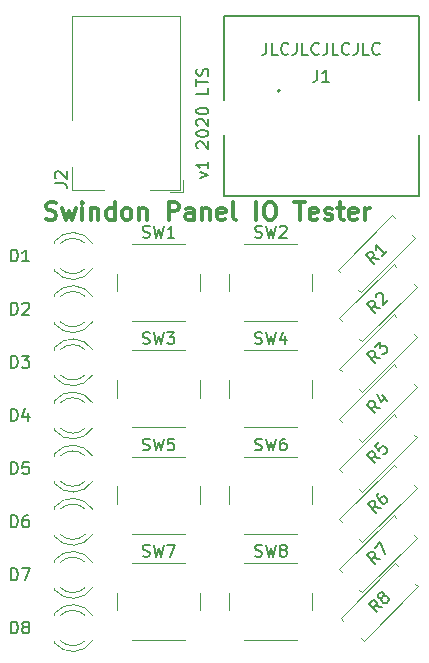
<source format=gbr>
G04 #@! TF.GenerationSoftware,KiCad,Pcbnew,(5.1.4)-1*
G04 #@! TF.CreationDate,2020-01-04T22:14:38+00:00*
G04 #@! TF.ProjectId,SPS-SN2-IOTester,5350532d-534e-4322-9d49-4f5465737465,1*
G04 #@! TF.SameCoordinates,Original*
G04 #@! TF.FileFunction,Legend,Top*
G04 #@! TF.FilePolarity,Positive*
%FSLAX46Y46*%
G04 Gerber Fmt 4.6, Leading zero omitted, Abs format (unit mm)*
G04 Created by KiCad (PCBNEW (5.1.4)-1) date 2020-01-04 22:14:38*
%MOMM*%
%LPD*%
G04 APERTURE LIST*
%ADD10C,0.200000*%
%ADD11C,0.150000*%
%ADD12C,0.300000*%
%ADD13C,0.120000*%
%ADD14C,0.127000*%
G04 APERTURE END LIST*
D10*
X98035714Y-47142857D02*
X98702380Y-46904761D01*
X98035714Y-46666666D01*
X98702380Y-45761904D02*
X98702380Y-46333333D01*
X98702380Y-46047619D02*
X97702380Y-46047619D01*
X97845238Y-46142857D01*
X97940476Y-46238095D01*
X97988095Y-46333333D01*
X97797619Y-44619047D02*
X97750000Y-44571428D01*
X97702380Y-44476190D01*
X97702380Y-44238095D01*
X97750000Y-44142857D01*
X97797619Y-44095238D01*
X97892857Y-44047619D01*
X97988095Y-44047619D01*
X98130952Y-44095238D01*
X98702380Y-44666666D01*
X98702380Y-44047619D01*
X97702380Y-43428571D02*
X97702380Y-43333333D01*
X97750000Y-43238095D01*
X97797619Y-43190476D01*
X97892857Y-43142857D01*
X98083333Y-43095238D01*
X98321428Y-43095238D01*
X98511904Y-43142857D01*
X98607142Y-43190476D01*
X98654761Y-43238095D01*
X98702380Y-43333333D01*
X98702380Y-43428571D01*
X98654761Y-43523809D01*
X98607142Y-43571428D01*
X98511904Y-43619047D01*
X98321428Y-43666666D01*
X98083333Y-43666666D01*
X97892857Y-43619047D01*
X97797619Y-43571428D01*
X97750000Y-43523809D01*
X97702380Y-43428571D01*
X97797619Y-42714285D02*
X97750000Y-42666666D01*
X97702380Y-42571428D01*
X97702380Y-42333333D01*
X97750000Y-42238095D01*
X97797619Y-42190476D01*
X97892857Y-42142857D01*
X97988095Y-42142857D01*
X98130952Y-42190476D01*
X98702380Y-42761904D01*
X98702380Y-42142857D01*
X97702380Y-41523809D02*
X97702380Y-41428571D01*
X97750000Y-41333333D01*
X97797619Y-41285714D01*
X97892857Y-41238095D01*
X98083333Y-41190476D01*
X98321428Y-41190476D01*
X98511904Y-41238095D01*
X98607142Y-41285714D01*
X98654761Y-41333333D01*
X98702380Y-41428571D01*
X98702380Y-41523809D01*
X98654761Y-41619047D01*
X98607142Y-41666666D01*
X98511904Y-41714285D01*
X98321428Y-41761904D01*
X98083333Y-41761904D01*
X97892857Y-41714285D01*
X97797619Y-41666666D01*
X97750000Y-41619047D01*
X97702380Y-41523809D01*
X98702380Y-39523809D02*
X98702380Y-40000000D01*
X97702380Y-40000000D01*
X97702380Y-39333333D02*
X97702380Y-38761904D01*
X98702380Y-39047619D02*
X97702380Y-39047619D01*
X98654761Y-38476190D02*
X98702380Y-38333333D01*
X98702380Y-38095238D01*
X98654761Y-38000000D01*
X98607142Y-37952380D01*
X98511904Y-37904761D01*
X98416666Y-37904761D01*
X98321428Y-37952380D01*
X98273809Y-38000000D01*
X98226190Y-38095238D01*
X98178571Y-38285714D01*
X98130952Y-38380952D01*
X98083333Y-38428571D01*
X97988095Y-38476190D01*
X97892857Y-38476190D01*
X97797619Y-38428571D01*
X97750000Y-38380952D01*
X97702380Y-38285714D01*
X97702380Y-38047619D01*
X97750000Y-37904761D01*
D11*
X103630952Y-35702380D02*
X103630952Y-36416666D01*
X103583333Y-36559523D01*
X103488095Y-36654761D01*
X103345238Y-36702380D01*
X103250000Y-36702380D01*
X104583333Y-36702380D02*
X104107142Y-36702380D01*
X104107142Y-35702380D01*
X105488095Y-36607142D02*
X105440476Y-36654761D01*
X105297619Y-36702380D01*
X105202380Y-36702380D01*
X105059523Y-36654761D01*
X104964285Y-36559523D01*
X104916666Y-36464285D01*
X104869047Y-36273809D01*
X104869047Y-36130952D01*
X104916666Y-35940476D01*
X104964285Y-35845238D01*
X105059523Y-35750000D01*
X105202380Y-35702380D01*
X105297619Y-35702380D01*
X105440476Y-35750000D01*
X105488095Y-35797619D01*
X106202380Y-35702380D02*
X106202380Y-36416666D01*
X106154761Y-36559523D01*
X106059523Y-36654761D01*
X105916666Y-36702380D01*
X105821428Y-36702380D01*
X107154761Y-36702380D02*
X106678571Y-36702380D01*
X106678571Y-35702380D01*
X108059523Y-36607142D02*
X108011904Y-36654761D01*
X107869047Y-36702380D01*
X107773809Y-36702380D01*
X107630952Y-36654761D01*
X107535714Y-36559523D01*
X107488095Y-36464285D01*
X107440476Y-36273809D01*
X107440476Y-36130952D01*
X107488095Y-35940476D01*
X107535714Y-35845238D01*
X107630952Y-35750000D01*
X107773809Y-35702380D01*
X107869047Y-35702380D01*
X108011904Y-35750000D01*
X108059523Y-35797619D01*
X108773809Y-35702380D02*
X108773809Y-36416666D01*
X108726190Y-36559523D01*
X108630952Y-36654761D01*
X108488095Y-36702380D01*
X108392857Y-36702380D01*
X109726190Y-36702380D02*
X109250000Y-36702380D01*
X109250000Y-35702380D01*
X110630952Y-36607142D02*
X110583333Y-36654761D01*
X110440476Y-36702380D01*
X110345238Y-36702380D01*
X110202380Y-36654761D01*
X110107142Y-36559523D01*
X110059523Y-36464285D01*
X110011904Y-36273809D01*
X110011904Y-36130952D01*
X110059523Y-35940476D01*
X110107142Y-35845238D01*
X110202380Y-35750000D01*
X110345238Y-35702380D01*
X110440476Y-35702380D01*
X110583333Y-35750000D01*
X110630952Y-35797619D01*
X111345238Y-35702380D02*
X111345238Y-36416666D01*
X111297619Y-36559523D01*
X111202380Y-36654761D01*
X111059523Y-36702380D01*
X110964285Y-36702380D01*
X112297619Y-36702380D02*
X111821428Y-36702380D01*
X111821428Y-35702380D01*
X113202380Y-36607142D02*
X113154761Y-36654761D01*
X113011904Y-36702380D01*
X112916666Y-36702380D01*
X112773809Y-36654761D01*
X112678571Y-36559523D01*
X112630952Y-36464285D01*
X112583333Y-36273809D01*
X112583333Y-36130952D01*
X112630952Y-35940476D01*
X112678571Y-35845238D01*
X112773809Y-35750000D01*
X112916666Y-35702380D01*
X113011904Y-35702380D01*
X113154761Y-35750000D01*
X113202380Y-35797619D01*
D12*
X102785714Y-50678571D02*
X102785714Y-49178571D01*
X103785714Y-49178571D02*
X104071428Y-49178571D01*
X104214285Y-49250000D01*
X104357142Y-49392857D01*
X104428571Y-49678571D01*
X104428571Y-50178571D01*
X104357142Y-50464285D01*
X104214285Y-50607142D01*
X104071428Y-50678571D01*
X103785714Y-50678571D01*
X103642857Y-50607142D01*
X103500000Y-50464285D01*
X103428571Y-50178571D01*
X103428571Y-49678571D01*
X103500000Y-49392857D01*
X103642857Y-49250000D01*
X103785714Y-49178571D01*
X106000000Y-49178571D02*
X106857142Y-49178571D01*
X106428571Y-50678571D02*
X106428571Y-49178571D01*
X107928571Y-50607142D02*
X107785714Y-50678571D01*
X107500000Y-50678571D01*
X107357142Y-50607142D01*
X107285714Y-50464285D01*
X107285714Y-49892857D01*
X107357142Y-49750000D01*
X107500000Y-49678571D01*
X107785714Y-49678571D01*
X107928571Y-49750000D01*
X108000000Y-49892857D01*
X108000000Y-50035714D01*
X107285714Y-50178571D01*
X108571428Y-50607142D02*
X108714285Y-50678571D01*
X109000000Y-50678571D01*
X109142857Y-50607142D01*
X109214285Y-50464285D01*
X109214285Y-50392857D01*
X109142857Y-50250000D01*
X109000000Y-50178571D01*
X108785714Y-50178571D01*
X108642857Y-50107142D01*
X108571428Y-49964285D01*
X108571428Y-49892857D01*
X108642857Y-49750000D01*
X108785714Y-49678571D01*
X109000000Y-49678571D01*
X109142857Y-49750000D01*
X109642857Y-49678571D02*
X110214285Y-49678571D01*
X109857142Y-49178571D02*
X109857142Y-50464285D01*
X109928571Y-50607142D01*
X110071428Y-50678571D01*
X110214285Y-50678571D01*
X111285714Y-50607142D02*
X111142857Y-50678571D01*
X110857142Y-50678571D01*
X110714285Y-50607142D01*
X110642857Y-50464285D01*
X110642857Y-49892857D01*
X110714285Y-49750000D01*
X110857142Y-49678571D01*
X111142857Y-49678571D01*
X111285714Y-49750000D01*
X111357142Y-49892857D01*
X111357142Y-50035714D01*
X110642857Y-50178571D01*
X112000000Y-50678571D02*
X112000000Y-49678571D01*
X112000000Y-49964285D02*
X112071428Y-49821428D01*
X112142857Y-49750000D01*
X112285714Y-49678571D01*
X112428571Y-49678571D01*
X84980714Y-50607142D02*
X85195000Y-50678571D01*
X85552142Y-50678571D01*
X85695000Y-50607142D01*
X85766428Y-50535714D01*
X85837857Y-50392857D01*
X85837857Y-50250000D01*
X85766428Y-50107142D01*
X85695000Y-50035714D01*
X85552142Y-49964285D01*
X85266428Y-49892857D01*
X85123571Y-49821428D01*
X85052142Y-49750000D01*
X84980714Y-49607142D01*
X84980714Y-49464285D01*
X85052142Y-49321428D01*
X85123571Y-49250000D01*
X85266428Y-49178571D01*
X85623571Y-49178571D01*
X85837857Y-49250000D01*
X86337857Y-49678571D02*
X86623571Y-50678571D01*
X86909285Y-49964285D01*
X87195000Y-50678571D01*
X87480714Y-49678571D01*
X88052142Y-50678571D02*
X88052142Y-49678571D01*
X88052142Y-49178571D02*
X87980714Y-49250000D01*
X88052142Y-49321428D01*
X88123571Y-49250000D01*
X88052142Y-49178571D01*
X88052142Y-49321428D01*
X88766428Y-49678571D02*
X88766428Y-50678571D01*
X88766428Y-49821428D02*
X88837857Y-49750000D01*
X88980714Y-49678571D01*
X89195000Y-49678571D01*
X89337857Y-49750000D01*
X89409285Y-49892857D01*
X89409285Y-50678571D01*
X90766428Y-50678571D02*
X90766428Y-49178571D01*
X90766428Y-50607142D02*
X90623571Y-50678571D01*
X90337857Y-50678571D01*
X90195000Y-50607142D01*
X90123571Y-50535714D01*
X90052142Y-50392857D01*
X90052142Y-49964285D01*
X90123571Y-49821428D01*
X90195000Y-49750000D01*
X90337857Y-49678571D01*
X90623571Y-49678571D01*
X90766428Y-49750000D01*
X91695000Y-50678571D02*
X91552142Y-50607142D01*
X91480714Y-50535714D01*
X91409285Y-50392857D01*
X91409285Y-49964285D01*
X91480714Y-49821428D01*
X91552142Y-49750000D01*
X91695000Y-49678571D01*
X91909285Y-49678571D01*
X92052142Y-49750000D01*
X92123571Y-49821428D01*
X92195000Y-49964285D01*
X92195000Y-50392857D01*
X92123571Y-50535714D01*
X92052142Y-50607142D01*
X91909285Y-50678571D01*
X91695000Y-50678571D01*
X92837857Y-49678571D02*
X92837857Y-50678571D01*
X92837857Y-49821428D02*
X92909285Y-49750000D01*
X93052142Y-49678571D01*
X93266428Y-49678571D01*
X93409285Y-49750000D01*
X93480714Y-49892857D01*
X93480714Y-50678571D01*
X95337857Y-50678571D02*
X95337857Y-49178571D01*
X95909285Y-49178571D01*
X96052142Y-49250000D01*
X96123571Y-49321428D01*
X96195000Y-49464285D01*
X96195000Y-49678571D01*
X96123571Y-49821428D01*
X96052142Y-49892857D01*
X95909285Y-49964285D01*
X95337857Y-49964285D01*
X97480714Y-50678571D02*
X97480714Y-49892857D01*
X97409285Y-49750000D01*
X97266428Y-49678571D01*
X96980714Y-49678571D01*
X96837857Y-49750000D01*
X97480714Y-50607142D02*
X97337857Y-50678571D01*
X96980714Y-50678571D01*
X96837857Y-50607142D01*
X96766428Y-50464285D01*
X96766428Y-50321428D01*
X96837857Y-50178571D01*
X96980714Y-50107142D01*
X97337857Y-50107142D01*
X97480714Y-50035714D01*
X98195000Y-49678571D02*
X98195000Y-50678571D01*
X98195000Y-49821428D02*
X98266428Y-49750000D01*
X98409285Y-49678571D01*
X98623571Y-49678571D01*
X98766428Y-49750000D01*
X98837857Y-49892857D01*
X98837857Y-50678571D01*
X100123571Y-50607142D02*
X99980714Y-50678571D01*
X99695000Y-50678571D01*
X99552142Y-50607142D01*
X99480714Y-50464285D01*
X99480714Y-49892857D01*
X99552142Y-49750000D01*
X99695000Y-49678571D01*
X99980714Y-49678571D01*
X100123571Y-49750000D01*
X100195000Y-49892857D01*
X100195000Y-50035714D01*
X99480714Y-50178571D01*
X101052142Y-50678571D02*
X100909285Y-50607142D01*
X100837857Y-50464285D01*
X100837857Y-49178571D01*
D13*
X85670000Y-86330000D02*
X85670000Y-86486000D01*
X85670000Y-84014000D02*
X85670000Y-84170000D01*
X88271130Y-86329837D02*
G75*
G02X86189039Y-86330000I-1041130J1079837D01*
G01*
X88271130Y-84170163D02*
G75*
G03X86189039Y-84170000I-1041130J-1079837D01*
G01*
X88902335Y-86328608D02*
G75*
G02X85670000Y-86485516I-1672335J1078608D01*
G01*
X88902335Y-84171392D02*
G75*
G03X85670000Y-84014484I-1672335J-1078608D01*
G01*
X85670000Y-81830000D02*
X85670000Y-81986000D01*
X85670000Y-79514000D02*
X85670000Y-79670000D01*
X88271130Y-81829837D02*
G75*
G02X86189039Y-81830000I-1041130J1079837D01*
G01*
X88271130Y-79670163D02*
G75*
G03X86189039Y-79670000I-1041130J-1079837D01*
G01*
X88902335Y-81828608D02*
G75*
G02X85670000Y-81985516I-1672335J1078608D01*
G01*
X88902335Y-79671392D02*
G75*
G03X85670000Y-79514484I-1672335J-1078608D01*
G01*
X85670000Y-77330000D02*
X85670000Y-77486000D01*
X85670000Y-75014000D02*
X85670000Y-75170000D01*
X88271130Y-77329837D02*
G75*
G02X86189039Y-77330000I-1041130J1079837D01*
G01*
X88271130Y-75170163D02*
G75*
G03X86189039Y-75170000I-1041130J-1079837D01*
G01*
X88902335Y-77328608D02*
G75*
G02X85670000Y-77485516I-1672335J1078608D01*
G01*
X88902335Y-75171392D02*
G75*
G03X85670000Y-75014484I-1672335J-1078608D01*
G01*
X85670000Y-72830000D02*
X85670000Y-72986000D01*
X85670000Y-70514000D02*
X85670000Y-70670000D01*
X88271130Y-72829837D02*
G75*
G02X86189039Y-72830000I-1041130J1079837D01*
G01*
X88271130Y-70670163D02*
G75*
G03X86189039Y-70670000I-1041130J-1079837D01*
G01*
X88902335Y-72828608D02*
G75*
G02X85670000Y-72985516I-1672335J1078608D01*
G01*
X88902335Y-70671392D02*
G75*
G03X85670000Y-70514484I-1672335J-1078608D01*
G01*
X85670000Y-68330000D02*
X85670000Y-68486000D01*
X85670000Y-66014000D02*
X85670000Y-66170000D01*
X88271130Y-68329837D02*
G75*
G02X86189039Y-68330000I-1041130J1079837D01*
G01*
X88271130Y-66170163D02*
G75*
G03X86189039Y-66170000I-1041130J-1079837D01*
G01*
X88902335Y-68328608D02*
G75*
G02X85670000Y-68485516I-1672335J1078608D01*
G01*
X88902335Y-66171392D02*
G75*
G03X85670000Y-66014484I-1672335J-1078608D01*
G01*
X85670000Y-63830000D02*
X85670000Y-63986000D01*
X85670000Y-61514000D02*
X85670000Y-61670000D01*
X88271130Y-63829837D02*
G75*
G02X86189039Y-63830000I-1041130J1079837D01*
G01*
X88271130Y-61670163D02*
G75*
G03X86189039Y-61670000I-1041130J-1079837D01*
G01*
X88902335Y-63828608D02*
G75*
G02X85670000Y-63985516I-1672335J1078608D01*
G01*
X88902335Y-61671392D02*
G75*
G03X85670000Y-61514484I-1672335J-1078608D01*
G01*
X85670000Y-59330000D02*
X85670000Y-59486000D01*
X85670000Y-57014000D02*
X85670000Y-57170000D01*
X88271130Y-59329837D02*
G75*
G02X86189039Y-59330000I-1041130J1079837D01*
G01*
X88271130Y-57170163D02*
G75*
G03X86189039Y-57170000I-1041130J-1079837D01*
G01*
X88902335Y-59328608D02*
G75*
G02X85670000Y-59485516I-1672335J1078608D01*
G01*
X88902335Y-57171392D02*
G75*
G03X85670000Y-57014484I-1672335J-1078608D01*
G01*
X85670000Y-54830000D02*
X85670000Y-54986000D01*
X85670000Y-52514000D02*
X85670000Y-52670000D01*
X88271130Y-54829837D02*
G75*
G02X86189039Y-54830000I-1041130J1079837D01*
G01*
X88271130Y-52670163D02*
G75*
G03X86189039Y-52670000I-1041130J-1079837D01*
G01*
X88902335Y-54828608D02*
G75*
G02X85670000Y-54985516I-1672335J1078608D01*
G01*
X88902335Y-52671392D02*
G75*
G03X85670000Y-52514484I-1672335J-1078608D01*
G01*
X96350000Y-48150000D02*
X93750000Y-48150000D01*
X96350000Y-33450000D02*
X96350000Y-48150000D01*
X87150000Y-48150000D02*
X87150000Y-46250000D01*
X89850000Y-48150000D02*
X87150000Y-48150000D01*
X87150000Y-33450000D02*
X96350000Y-33450000D01*
X87150000Y-42250000D02*
X87150000Y-33450000D01*
X96550000Y-47300000D02*
X96550000Y-48350000D01*
X95500000Y-48350000D02*
X96550000Y-48350000D01*
X107500000Y-83750000D02*
X107500000Y-82250000D01*
X106250000Y-79750000D02*
X101750000Y-79750000D01*
X100500000Y-82250000D02*
X100500000Y-83750000D01*
X101750000Y-86250000D02*
X106250000Y-86250000D01*
X98000000Y-83750000D02*
X98000000Y-82250000D01*
X96750000Y-79750000D02*
X92250000Y-79750000D01*
X91000000Y-82250000D02*
X91000000Y-83750000D01*
X92250000Y-86250000D02*
X96750000Y-86250000D01*
X107500000Y-74750000D02*
X107500000Y-73250000D01*
X106250000Y-70750000D02*
X101750000Y-70750000D01*
X100500000Y-73250000D02*
X100500000Y-74750000D01*
X101750000Y-77250000D02*
X106250000Y-77250000D01*
X98000000Y-74750000D02*
X98000000Y-73250000D01*
X96750000Y-70750000D02*
X92250000Y-70750000D01*
X91000000Y-73250000D02*
X91000000Y-74750000D01*
X92250000Y-77250000D02*
X96750000Y-77250000D01*
X107500000Y-65750000D02*
X107500000Y-64250000D01*
X106250000Y-61750000D02*
X101750000Y-61750000D01*
X100500000Y-64250000D02*
X100500000Y-65750000D01*
X101750000Y-68250000D02*
X106250000Y-68250000D01*
X98000000Y-65750000D02*
X98000000Y-64250000D01*
X96750000Y-61750000D02*
X92250000Y-61750000D01*
X91000000Y-64250000D02*
X91000000Y-65750000D01*
X92250000Y-68250000D02*
X96750000Y-68250000D01*
X107500000Y-56750000D02*
X107500000Y-55250000D01*
X106250000Y-52750000D02*
X101750000Y-52750000D01*
X100500000Y-55250000D02*
X100500000Y-56750000D01*
X101750000Y-59250000D02*
X106250000Y-59250000D01*
X98000000Y-56750000D02*
X98000000Y-55250000D01*
X96750000Y-52750000D02*
X92250000Y-52750000D01*
X91000000Y-55250000D02*
X91000000Y-56750000D01*
X92250000Y-59250000D02*
X96750000Y-59250000D01*
D10*
X104770000Y-39770000D02*
G75*
G03X104770000Y-39770000I-100000J0D01*
G01*
D14*
X99995000Y-33420000D02*
X99995000Y-40500000D01*
X116505000Y-33420000D02*
X99995000Y-33420000D01*
X116505000Y-40500000D02*
X116505000Y-33420000D01*
X99995000Y-48660000D02*
X99995000Y-43500000D01*
X116505000Y-48660000D02*
X99995000Y-48660000D01*
X116505000Y-43500000D02*
X116505000Y-48660000D01*
D13*
X116475052Y-81712420D02*
X116241707Y-81479075D01*
X111850574Y-86336899D02*
X116475052Y-81712420D01*
X111617229Y-86103553D02*
X111850574Y-86336899D01*
X114537580Y-79774948D02*
X114770925Y-80008293D01*
X109913101Y-84399426D02*
X114537580Y-79774948D01*
X110146447Y-84632771D02*
X109913101Y-84399426D01*
X116336898Y-77600574D02*
X116103553Y-77367229D01*
X111712420Y-82225053D02*
X116336898Y-77600574D01*
X111479075Y-81991707D02*
X111712420Y-82225053D01*
X114399426Y-75663102D02*
X114632771Y-75896447D01*
X109774947Y-80287580D02*
X114399426Y-75663102D01*
X110008293Y-80520925D02*
X109774947Y-80287580D01*
X116336898Y-73350574D02*
X116103553Y-73117229D01*
X111712420Y-77975053D02*
X116336898Y-73350574D01*
X111479075Y-77741707D02*
X111712420Y-77975053D01*
X114399426Y-71413102D02*
X114632771Y-71646447D01*
X109774947Y-76037580D02*
X114399426Y-71413102D01*
X110008293Y-76270925D02*
X109774947Y-76037580D01*
X116336898Y-69100574D02*
X116103553Y-68867229D01*
X111712420Y-73725053D02*
X116336898Y-69100574D01*
X111479075Y-73491707D02*
X111712420Y-73725053D01*
X114399426Y-67163102D02*
X114632771Y-67396447D01*
X109774947Y-71787580D02*
X114399426Y-67163102D01*
X110008293Y-72020925D02*
X109774947Y-71787580D01*
X116336898Y-64850574D02*
X116103553Y-64617229D01*
X111712420Y-69475053D02*
X116336898Y-64850574D01*
X111479075Y-69241707D02*
X111712420Y-69475053D01*
X114399426Y-62913102D02*
X114632771Y-63146447D01*
X109774947Y-67537580D02*
X114399426Y-62913102D01*
X110008293Y-67770925D02*
X109774947Y-67537580D01*
X116336898Y-60600574D02*
X116103553Y-60367229D01*
X111712420Y-65225053D02*
X116336898Y-60600574D01*
X111479075Y-64991707D02*
X111712420Y-65225053D01*
X114399426Y-58663102D02*
X114632771Y-58896447D01*
X109774947Y-63287580D02*
X114399426Y-58663102D01*
X110008293Y-63520925D02*
X109774947Y-63287580D01*
X116336898Y-56350574D02*
X116103553Y-56117229D01*
X111712420Y-60975053D02*
X116336898Y-56350574D01*
X111479075Y-60741707D02*
X111712420Y-60975053D01*
X114399426Y-54413102D02*
X114632771Y-54646447D01*
X109774947Y-59037580D02*
X114399426Y-54413102D01*
X110008293Y-59270925D02*
X109774947Y-59037580D01*
X116225052Y-52212420D02*
X115991707Y-51979075D01*
X111600574Y-56836899D02*
X116225052Y-52212420D01*
X111367229Y-56603553D02*
X111600574Y-56836899D01*
X114287580Y-50274948D02*
X114520925Y-50508293D01*
X109663101Y-54899426D02*
X114287580Y-50274948D01*
X109896447Y-55132771D02*
X109663101Y-54899426D01*
D11*
X82011904Y-85702380D02*
X82011904Y-84702380D01*
X82250000Y-84702380D01*
X82392857Y-84750000D01*
X82488095Y-84845238D01*
X82535714Y-84940476D01*
X82583333Y-85130952D01*
X82583333Y-85273809D01*
X82535714Y-85464285D01*
X82488095Y-85559523D01*
X82392857Y-85654761D01*
X82250000Y-85702380D01*
X82011904Y-85702380D01*
X83154761Y-85130952D02*
X83059523Y-85083333D01*
X83011904Y-85035714D01*
X82964285Y-84940476D01*
X82964285Y-84892857D01*
X83011904Y-84797619D01*
X83059523Y-84750000D01*
X83154761Y-84702380D01*
X83345238Y-84702380D01*
X83440476Y-84750000D01*
X83488095Y-84797619D01*
X83535714Y-84892857D01*
X83535714Y-84940476D01*
X83488095Y-85035714D01*
X83440476Y-85083333D01*
X83345238Y-85130952D01*
X83154761Y-85130952D01*
X83059523Y-85178571D01*
X83011904Y-85226190D01*
X82964285Y-85321428D01*
X82964285Y-85511904D01*
X83011904Y-85607142D01*
X83059523Y-85654761D01*
X83154761Y-85702380D01*
X83345238Y-85702380D01*
X83440476Y-85654761D01*
X83488095Y-85607142D01*
X83535714Y-85511904D01*
X83535714Y-85321428D01*
X83488095Y-85226190D01*
X83440476Y-85178571D01*
X83345238Y-85130952D01*
X82011904Y-81202380D02*
X82011904Y-80202380D01*
X82250000Y-80202380D01*
X82392857Y-80250000D01*
X82488095Y-80345238D01*
X82535714Y-80440476D01*
X82583333Y-80630952D01*
X82583333Y-80773809D01*
X82535714Y-80964285D01*
X82488095Y-81059523D01*
X82392857Y-81154761D01*
X82250000Y-81202380D01*
X82011904Y-81202380D01*
X82916666Y-80202380D02*
X83583333Y-80202380D01*
X83154761Y-81202380D01*
X82011904Y-76702380D02*
X82011904Y-75702380D01*
X82250000Y-75702380D01*
X82392857Y-75750000D01*
X82488095Y-75845238D01*
X82535714Y-75940476D01*
X82583333Y-76130952D01*
X82583333Y-76273809D01*
X82535714Y-76464285D01*
X82488095Y-76559523D01*
X82392857Y-76654761D01*
X82250000Y-76702380D01*
X82011904Y-76702380D01*
X83440476Y-75702380D02*
X83250000Y-75702380D01*
X83154761Y-75750000D01*
X83107142Y-75797619D01*
X83011904Y-75940476D01*
X82964285Y-76130952D01*
X82964285Y-76511904D01*
X83011904Y-76607142D01*
X83059523Y-76654761D01*
X83154761Y-76702380D01*
X83345238Y-76702380D01*
X83440476Y-76654761D01*
X83488095Y-76607142D01*
X83535714Y-76511904D01*
X83535714Y-76273809D01*
X83488095Y-76178571D01*
X83440476Y-76130952D01*
X83345238Y-76083333D01*
X83154761Y-76083333D01*
X83059523Y-76130952D01*
X83011904Y-76178571D01*
X82964285Y-76273809D01*
X82011904Y-72202380D02*
X82011904Y-71202380D01*
X82250000Y-71202380D01*
X82392857Y-71250000D01*
X82488095Y-71345238D01*
X82535714Y-71440476D01*
X82583333Y-71630952D01*
X82583333Y-71773809D01*
X82535714Y-71964285D01*
X82488095Y-72059523D01*
X82392857Y-72154761D01*
X82250000Y-72202380D01*
X82011904Y-72202380D01*
X83488095Y-71202380D02*
X83011904Y-71202380D01*
X82964285Y-71678571D01*
X83011904Y-71630952D01*
X83107142Y-71583333D01*
X83345238Y-71583333D01*
X83440476Y-71630952D01*
X83488095Y-71678571D01*
X83535714Y-71773809D01*
X83535714Y-72011904D01*
X83488095Y-72107142D01*
X83440476Y-72154761D01*
X83345238Y-72202380D01*
X83107142Y-72202380D01*
X83011904Y-72154761D01*
X82964285Y-72107142D01*
X82011904Y-67702380D02*
X82011904Y-66702380D01*
X82250000Y-66702380D01*
X82392857Y-66750000D01*
X82488095Y-66845238D01*
X82535714Y-66940476D01*
X82583333Y-67130952D01*
X82583333Y-67273809D01*
X82535714Y-67464285D01*
X82488095Y-67559523D01*
X82392857Y-67654761D01*
X82250000Y-67702380D01*
X82011904Y-67702380D01*
X83440476Y-67035714D02*
X83440476Y-67702380D01*
X83202380Y-66654761D02*
X82964285Y-67369047D01*
X83583333Y-67369047D01*
X82011904Y-63202380D02*
X82011904Y-62202380D01*
X82250000Y-62202380D01*
X82392857Y-62250000D01*
X82488095Y-62345238D01*
X82535714Y-62440476D01*
X82583333Y-62630952D01*
X82583333Y-62773809D01*
X82535714Y-62964285D01*
X82488095Y-63059523D01*
X82392857Y-63154761D01*
X82250000Y-63202380D01*
X82011904Y-63202380D01*
X82916666Y-62202380D02*
X83535714Y-62202380D01*
X83202380Y-62583333D01*
X83345238Y-62583333D01*
X83440476Y-62630952D01*
X83488095Y-62678571D01*
X83535714Y-62773809D01*
X83535714Y-63011904D01*
X83488095Y-63107142D01*
X83440476Y-63154761D01*
X83345238Y-63202380D01*
X83059523Y-63202380D01*
X82964285Y-63154761D01*
X82916666Y-63107142D01*
X82011904Y-58702380D02*
X82011904Y-57702380D01*
X82250000Y-57702380D01*
X82392857Y-57750000D01*
X82488095Y-57845238D01*
X82535714Y-57940476D01*
X82583333Y-58130952D01*
X82583333Y-58273809D01*
X82535714Y-58464285D01*
X82488095Y-58559523D01*
X82392857Y-58654761D01*
X82250000Y-58702380D01*
X82011904Y-58702380D01*
X82964285Y-57797619D02*
X83011904Y-57750000D01*
X83107142Y-57702380D01*
X83345238Y-57702380D01*
X83440476Y-57750000D01*
X83488095Y-57797619D01*
X83535714Y-57892857D01*
X83535714Y-57988095D01*
X83488095Y-58130952D01*
X82916666Y-58702380D01*
X83535714Y-58702380D01*
X82011904Y-54202380D02*
X82011904Y-53202380D01*
X82250000Y-53202380D01*
X82392857Y-53250000D01*
X82488095Y-53345238D01*
X82535714Y-53440476D01*
X82583333Y-53630952D01*
X82583333Y-53773809D01*
X82535714Y-53964285D01*
X82488095Y-54059523D01*
X82392857Y-54154761D01*
X82250000Y-54202380D01*
X82011904Y-54202380D01*
X83535714Y-54202380D02*
X82964285Y-54202380D01*
X83250000Y-54202380D02*
X83250000Y-53202380D01*
X83154761Y-53345238D01*
X83059523Y-53440476D01*
X82964285Y-53488095D01*
X85702380Y-47583333D02*
X86416666Y-47583333D01*
X86559523Y-47630952D01*
X86654761Y-47726190D01*
X86702380Y-47869047D01*
X86702380Y-47964285D01*
X85797619Y-47154761D02*
X85750000Y-47107142D01*
X85702380Y-47011904D01*
X85702380Y-46773809D01*
X85750000Y-46678571D01*
X85797619Y-46630952D01*
X85892857Y-46583333D01*
X85988095Y-46583333D01*
X86130952Y-46630952D01*
X86702380Y-47202380D01*
X86702380Y-46583333D01*
X102666666Y-79154761D02*
X102809523Y-79202380D01*
X103047619Y-79202380D01*
X103142857Y-79154761D01*
X103190476Y-79107142D01*
X103238095Y-79011904D01*
X103238095Y-78916666D01*
X103190476Y-78821428D01*
X103142857Y-78773809D01*
X103047619Y-78726190D01*
X102857142Y-78678571D01*
X102761904Y-78630952D01*
X102714285Y-78583333D01*
X102666666Y-78488095D01*
X102666666Y-78392857D01*
X102714285Y-78297619D01*
X102761904Y-78250000D01*
X102857142Y-78202380D01*
X103095238Y-78202380D01*
X103238095Y-78250000D01*
X103571428Y-78202380D02*
X103809523Y-79202380D01*
X104000000Y-78488095D01*
X104190476Y-79202380D01*
X104428571Y-78202380D01*
X104952380Y-78630952D02*
X104857142Y-78583333D01*
X104809523Y-78535714D01*
X104761904Y-78440476D01*
X104761904Y-78392857D01*
X104809523Y-78297619D01*
X104857142Y-78250000D01*
X104952380Y-78202380D01*
X105142857Y-78202380D01*
X105238095Y-78250000D01*
X105285714Y-78297619D01*
X105333333Y-78392857D01*
X105333333Y-78440476D01*
X105285714Y-78535714D01*
X105238095Y-78583333D01*
X105142857Y-78630952D01*
X104952380Y-78630952D01*
X104857142Y-78678571D01*
X104809523Y-78726190D01*
X104761904Y-78821428D01*
X104761904Y-79011904D01*
X104809523Y-79107142D01*
X104857142Y-79154761D01*
X104952380Y-79202380D01*
X105142857Y-79202380D01*
X105238095Y-79154761D01*
X105285714Y-79107142D01*
X105333333Y-79011904D01*
X105333333Y-78821428D01*
X105285714Y-78726190D01*
X105238095Y-78678571D01*
X105142857Y-78630952D01*
X93166666Y-79154761D02*
X93309523Y-79202380D01*
X93547619Y-79202380D01*
X93642857Y-79154761D01*
X93690476Y-79107142D01*
X93738095Y-79011904D01*
X93738095Y-78916666D01*
X93690476Y-78821428D01*
X93642857Y-78773809D01*
X93547619Y-78726190D01*
X93357142Y-78678571D01*
X93261904Y-78630952D01*
X93214285Y-78583333D01*
X93166666Y-78488095D01*
X93166666Y-78392857D01*
X93214285Y-78297619D01*
X93261904Y-78250000D01*
X93357142Y-78202380D01*
X93595238Y-78202380D01*
X93738095Y-78250000D01*
X94071428Y-78202380D02*
X94309523Y-79202380D01*
X94500000Y-78488095D01*
X94690476Y-79202380D01*
X94928571Y-78202380D01*
X95214285Y-78202380D02*
X95880952Y-78202380D01*
X95452380Y-79202380D01*
X102666666Y-70154761D02*
X102809523Y-70202380D01*
X103047619Y-70202380D01*
X103142857Y-70154761D01*
X103190476Y-70107142D01*
X103238095Y-70011904D01*
X103238095Y-69916666D01*
X103190476Y-69821428D01*
X103142857Y-69773809D01*
X103047619Y-69726190D01*
X102857142Y-69678571D01*
X102761904Y-69630952D01*
X102714285Y-69583333D01*
X102666666Y-69488095D01*
X102666666Y-69392857D01*
X102714285Y-69297619D01*
X102761904Y-69250000D01*
X102857142Y-69202380D01*
X103095238Y-69202380D01*
X103238095Y-69250000D01*
X103571428Y-69202380D02*
X103809523Y-70202380D01*
X104000000Y-69488095D01*
X104190476Y-70202380D01*
X104428571Y-69202380D01*
X105238095Y-69202380D02*
X105047619Y-69202380D01*
X104952380Y-69250000D01*
X104904761Y-69297619D01*
X104809523Y-69440476D01*
X104761904Y-69630952D01*
X104761904Y-70011904D01*
X104809523Y-70107142D01*
X104857142Y-70154761D01*
X104952380Y-70202380D01*
X105142857Y-70202380D01*
X105238095Y-70154761D01*
X105285714Y-70107142D01*
X105333333Y-70011904D01*
X105333333Y-69773809D01*
X105285714Y-69678571D01*
X105238095Y-69630952D01*
X105142857Y-69583333D01*
X104952380Y-69583333D01*
X104857142Y-69630952D01*
X104809523Y-69678571D01*
X104761904Y-69773809D01*
X93166666Y-70154761D02*
X93309523Y-70202380D01*
X93547619Y-70202380D01*
X93642857Y-70154761D01*
X93690476Y-70107142D01*
X93738095Y-70011904D01*
X93738095Y-69916666D01*
X93690476Y-69821428D01*
X93642857Y-69773809D01*
X93547619Y-69726190D01*
X93357142Y-69678571D01*
X93261904Y-69630952D01*
X93214285Y-69583333D01*
X93166666Y-69488095D01*
X93166666Y-69392857D01*
X93214285Y-69297619D01*
X93261904Y-69250000D01*
X93357142Y-69202380D01*
X93595238Y-69202380D01*
X93738095Y-69250000D01*
X94071428Y-69202380D02*
X94309523Y-70202380D01*
X94500000Y-69488095D01*
X94690476Y-70202380D01*
X94928571Y-69202380D01*
X95785714Y-69202380D02*
X95309523Y-69202380D01*
X95261904Y-69678571D01*
X95309523Y-69630952D01*
X95404761Y-69583333D01*
X95642857Y-69583333D01*
X95738095Y-69630952D01*
X95785714Y-69678571D01*
X95833333Y-69773809D01*
X95833333Y-70011904D01*
X95785714Y-70107142D01*
X95738095Y-70154761D01*
X95642857Y-70202380D01*
X95404761Y-70202380D01*
X95309523Y-70154761D01*
X95261904Y-70107142D01*
X102666666Y-61154761D02*
X102809523Y-61202380D01*
X103047619Y-61202380D01*
X103142857Y-61154761D01*
X103190476Y-61107142D01*
X103238095Y-61011904D01*
X103238095Y-60916666D01*
X103190476Y-60821428D01*
X103142857Y-60773809D01*
X103047619Y-60726190D01*
X102857142Y-60678571D01*
X102761904Y-60630952D01*
X102714285Y-60583333D01*
X102666666Y-60488095D01*
X102666666Y-60392857D01*
X102714285Y-60297619D01*
X102761904Y-60250000D01*
X102857142Y-60202380D01*
X103095238Y-60202380D01*
X103238095Y-60250000D01*
X103571428Y-60202380D02*
X103809523Y-61202380D01*
X104000000Y-60488095D01*
X104190476Y-61202380D01*
X104428571Y-60202380D01*
X105238095Y-60535714D02*
X105238095Y-61202380D01*
X105000000Y-60154761D02*
X104761904Y-60869047D01*
X105380952Y-60869047D01*
X93166666Y-61154761D02*
X93309523Y-61202380D01*
X93547619Y-61202380D01*
X93642857Y-61154761D01*
X93690476Y-61107142D01*
X93738095Y-61011904D01*
X93738095Y-60916666D01*
X93690476Y-60821428D01*
X93642857Y-60773809D01*
X93547619Y-60726190D01*
X93357142Y-60678571D01*
X93261904Y-60630952D01*
X93214285Y-60583333D01*
X93166666Y-60488095D01*
X93166666Y-60392857D01*
X93214285Y-60297619D01*
X93261904Y-60250000D01*
X93357142Y-60202380D01*
X93595238Y-60202380D01*
X93738095Y-60250000D01*
X94071428Y-60202380D02*
X94309523Y-61202380D01*
X94500000Y-60488095D01*
X94690476Y-61202380D01*
X94928571Y-60202380D01*
X95214285Y-60202380D02*
X95833333Y-60202380D01*
X95500000Y-60583333D01*
X95642857Y-60583333D01*
X95738095Y-60630952D01*
X95785714Y-60678571D01*
X95833333Y-60773809D01*
X95833333Y-61011904D01*
X95785714Y-61107142D01*
X95738095Y-61154761D01*
X95642857Y-61202380D01*
X95357142Y-61202380D01*
X95261904Y-61154761D01*
X95214285Y-61107142D01*
X102666666Y-52154761D02*
X102809523Y-52202380D01*
X103047619Y-52202380D01*
X103142857Y-52154761D01*
X103190476Y-52107142D01*
X103238095Y-52011904D01*
X103238095Y-51916666D01*
X103190476Y-51821428D01*
X103142857Y-51773809D01*
X103047619Y-51726190D01*
X102857142Y-51678571D01*
X102761904Y-51630952D01*
X102714285Y-51583333D01*
X102666666Y-51488095D01*
X102666666Y-51392857D01*
X102714285Y-51297619D01*
X102761904Y-51250000D01*
X102857142Y-51202380D01*
X103095238Y-51202380D01*
X103238095Y-51250000D01*
X103571428Y-51202380D02*
X103809523Y-52202380D01*
X104000000Y-51488095D01*
X104190476Y-52202380D01*
X104428571Y-51202380D01*
X104761904Y-51297619D02*
X104809523Y-51250000D01*
X104904761Y-51202380D01*
X105142857Y-51202380D01*
X105238095Y-51250000D01*
X105285714Y-51297619D01*
X105333333Y-51392857D01*
X105333333Y-51488095D01*
X105285714Y-51630952D01*
X104714285Y-52202380D01*
X105333333Y-52202380D01*
X93166666Y-52154761D02*
X93309523Y-52202380D01*
X93547619Y-52202380D01*
X93642857Y-52154761D01*
X93690476Y-52107142D01*
X93738095Y-52011904D01*
X93738095Y-51916666D01*
X93690476Y-51821428D01*
X93642857Y-51773809D01*
X93547619Y-51726190D01*
X93357142Y-51678571D01*
X93261904Y-51630952D01*
X93214285Y-51583333D01*
X93166666Y-51488095D01*
X93166666Y-51392857D01*
X93214285Y-51297619D01*
X93261904Y-51250000D01*
X93357142Y-51202380D01*
X93595238Y-51202380D01*
X93738095Y-51250000D01*
X94071428Y-51202380D02*
X94309523Y-52202380D01*
X94500000Y-51488095D01*
X94690476Y-52202380D01*
X94928571Y-51202380D01*
X95833333Y-52202380D02*
X95261904Y-52202380D01*
X95547619Y-52202380D02*
X95547619Y-51202380D01*
X95452380Y-51345238D01*
X95357142Y-51440476D01*
X95261904Y-51488095D01*
X107916490Y-37992091D02*
X107916490Y-38706754D01*
X107868846Y-38849687D01*
X107773558Y-38944975D01*
X107630625Y-38992619D01*
X107535337Y-38992619D01*
X108917018Y-38992619D02*
X108345288Y-38992619D01*
X108631153Y-38992619D02*
X108631153Y-37992091D01*
X108535865Y-38135024D01*
X108440576Y-38230312D01*
X108345288Y-38277956D01*
X113396107Y-83493655D02*
X112823687Y-83392640D01*
X112992046Y-83897716D02*
X112284939Y-83190610D01*
X112554313Y-82921235D01*
X112655328Y-82887564D01*
X112722672Y-82887564D01*
X112823687Y-82921235D01*
X112924702Y-83022251D01*
X112958374Y-83123266D01*
X112958374Y-83190610D01*
X112924702Y-83291625D01*
X112655328Y-83560999D01*
X113396107Y-82685533D02*
X113295092Y-82719205D01*
X113227748Y-82719205D01*
X113126733Y-82685533D01*
X113093061Y-82651861D01*
X113059389Y-82550846D01*
X113059389Y-82483503D01*
X113093061Y-82382487D01*
X113227748Y-82247800D01*
X113328764Y-82214129D01*
X113396107Y-82214129D01*
X113497122Y-82247800D01*
X113530794Y-82281472D01*
X113564466Y-82382487D01*
X113564466Y-82449831D01*
X113530794Y-82550846D01*
X113396107Y-82685533D01*
X113362435Y-82786548D01*
X113362435Y-82853892D01*
X113396107Y-82954907D01*
X113530794Y-83089594D01*
X113631809Y-83123266D01*
X113699153Y-83123266D01*
X113800168Y-83089594D01*
X113934855Y-82954907D01*
X113968527Y-82853892D01*
X113968527Y-82786548D01*
X113934855Y-82685533D01*
X113800168Y-82550846D01*
X113699153Y-82517174D01*
X113631809Y-82517174D01*
X113530794Y-82550846D01*
X113257953Y-79381809D02*
X112685533Y-79280794D01*
X112853892Y-79785870D02*
X112146785Y-79078764D01*
X112416159Y-78809389D01*
X112517174Y-78775718D01*
X112584518Y-78775718D01*
X112685533Y-78809389D01*
X112786548Y-78910405D01*
X112820220Y-79011420D01*
X112820220Y-79078764D01*
X112786548Y-79179779D01*
X112517174Y-79449153D01*
X112786548Y-78439000D02*
X113257953Y-77967596D01*
X113662014Y-78977748D01*
X113300379Y-75089383D02*
X112727959Y-74988368D01*
X112896318Y-75493444D02*
X112189211Y-74786338D01*
X112458585Y-74516963D01*
X112559600Y-74483292D01*
X112626944Y-74483292D01*
X112727959Y-74516963D01*
X112828974Y-74617979D01*
X112862646Y-74718994D01*
X112862646Y-74786338D01*
X112828974Y-74887353D01*
X112559600Y-75156727D01*
X113199364Y-73776185D02*
X113064677Y-73910872D01*
X113031005Y-74011887D01*
X113031005Y-74079231D01*
X113064677Y-74247589D01*
X113165692Y-74415948D01*
X113435066Y-74685322D01*
X113536081Y-74718994D01*
X113603425Y-74718994D01*
X113704440Y-74685322D01*
X113839127Y-74550635D01*
X113872799Y-74449620D01*
X113872799Y-74382276D01*
X113839127Y-74281261D01*
X113670768Y-74112902D01*
X113569753Y-74079231D01*
X113502410Y-74079231D01*
X113401394Y-74112902D01*
X113266707Y-74247589D01*
X113233036Y-74348605D01*
X113233036Y-74415948D01*
X113266707Y-74516963D01*
X113257953Y-70881809D02*
X112685533Y-70780794D01*
X112853892Y-71285870D02*
X112146785Y-70578764D01*
X112416159Y-70309389D01*
X112517174Y-70275718D01*
X112584518Y-70275718D01*
X112685533Y-70309389D01*
X112786548Y-70410405D01*
X112820220Y-70511420D01*
X112820220Y-70578764D01*
X112786548Y-70679779D01*
X112517174Y-70949153D01*
X113190610Y-69534939D02*
X112853892Y-69871657D01*
X113156938Y-70242046D01*
X113156938Y-70174702D01*
X113190610Y-70073687D01*
X113358968Y-69905328D01*
X113459984Y-69871657D01*
X113527327Y-69871657D01*
X113628342Y-69905328D01*
X113796701Y-70073687D01*
X113830373Y-70174702D01*
X113830373Y-70242046D01*
X113796701Y-70343061D01*
X113628342Y-70511420D01*
X113527327Y-70545092D01*
X113459984Y-70545092D01*
X113257953Y-66631809D02*
X112685533Y-66530794D01*
X112853892Y-67035870D02*
X112146785Y-66328764D01*
X112416159Y-66059389D01*
X112517174Y-66025718D01*
X112584518Y-66025718D01*
X112685533Y-66059389D01*
X112786548Y-66160405D01*
X112820220Y-66261420D01*
X112820220Y-66328764D01*
X112786548Y-66429779D01*
X112517174Y-66699153D01*
X113392640Y-65554313D02*
X113864045Y-66025718D01*
X112954907Y-65453298D02*
X113291625Y-66126733D01*
X113729358Y-65689000D01*
X113257953Y-62381809D02*
X112685533Y-62280794D01*
X112853892Y-62785870D02*
X112146785Y-62078764D01*
X112416159Y-61809389D01*
X112517174Y-61775718D01*
X112584518Y-61775718D01*
X112685533Y-61809389D01*
X112786548Y-61910405D01*
X112820220Y-62011420D01*
X112820220Y-62078764D01*
X112786548Y-62179779D01*
X112517174Y-62449153D01*
X112786548Y-61439000D02*
X113224281Y-61001267D01*
X113257953Y-61506344D01*
X113358968Y-61405328D01*
X113459984Y-61371657D01*
X113527327Y-61371657D01*
X113628342Y-61405328D01*
X113796701Y-61573687D01*
X113830373Y-61674702D01*
X113830373Y-61742046D01*
X113796701Y-61843061D01*
X113594671Y-62045092D01*
X113493655Y-62078764D01*
X113426312Y-62078764D01*
X113257953Y-58131809D02*
X112685533Y-58030794D01*
X112853892Y-58535870D02*
X112146785Y-57828764D01*
X112416159Y-57559389D01*
X112517174Y-57525718D01*
X112584518Y-57525718D01*
X112685533Y-57559389D01*
X112786548Y-57660405D01*
X112820220Y-57761420D01*
X112820220Y-57828764D01*
X112786548Y-57929779D01*
X112517174Y-58199153D01*
X112887564Y-57222672D02*
X112887564Y-57155328D01*
X112921235Y-57054313D01*
X113089594Y-56885954D01*
X113190610Y-56852283D01*
X113257953Y-56852283D01*
X113358968Y-56885954D01*
X113426312Y-56953298D01*
X113493655Y-57087985D01*
X113493655Y-57896107D01*
X113931388Y-57458374D01*
X113146107Y-53993655D02*
X112573687Y-53892640D01*
X112742046Y-54397716D02*
X112034939Y-53690610D01*
X112304313Y-53421235D01*
X112405328Y-53387564D01*
X112472672Y-53387564D01*
X112573687Y-53421235D01*
X112674702Y-53522251D01*
X112708374Y-53623266D01*
X112708374Y-53690610D01*
X112674702Y-53791625D01*
X112405328Y-54060999D01*
X113819542Y-53320220D02*
X113415481Y-53724281D01*
X113617512Y-53522251D02*
X112910405Y-52815144D01*
X112944077Y-52983503D01*
X112944077Y-53118190D01*
X112910405Y-53219205D01*
M02*

</source>
